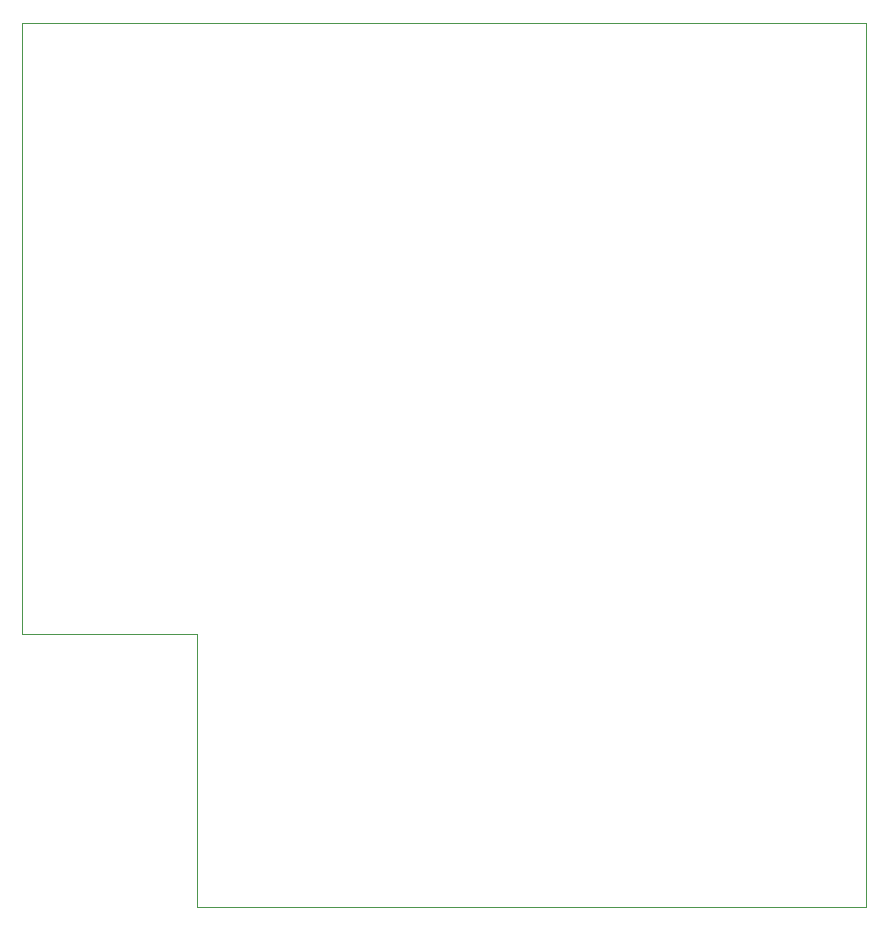
<source format=gbr>
%TF.GenerationSoftware,KiCad,Pcbnew,7.0.10-7.0.10~ubuntu22.04.1*%
%TF.CreationDate,2024-03-30T17:15:14+01:00*%
%TF.ProjectId,test_fixture,74657374-5f66-4697-9874-7572652e6b69,rev?*%
%TF.SameCoordinates,Original*%
%TF.FileFunction,Profile,NP*%
%FSLAX46Y46*%
G04 Gerber Fmt 4.6, Leading zero omitted, Abs format (unit mm)*
G04 Created by KiCad (PCBNEW 7.0.10-7.0.10~ubuntu22.04.1) date 2024-03-30 17:15:14*
%MOMM*%
%LPD*%
G01*
G04 APERTURE LIST*
%TA.AperFunction,Profile*%
%ADD10C,0.100000*%
%TD*%
G04 APERTURE END LIST*
D10*
X96621600Y-143205200D02*
X153238200Y-143230600D01*
X81762600Y-120065800D02*
X81762600Y-68376800D01*
X96621600Y-120065800D02*
X96621600Y-143205200D01*
X153238200Y-143230600D02*
X153263600Y-68351400D01*
X153263600Y-68351400D02*
X81762600Y-68376800D01*
X96621600Y-120065800D02*
X81762600Y-120065800D01*
M02*

</source>
